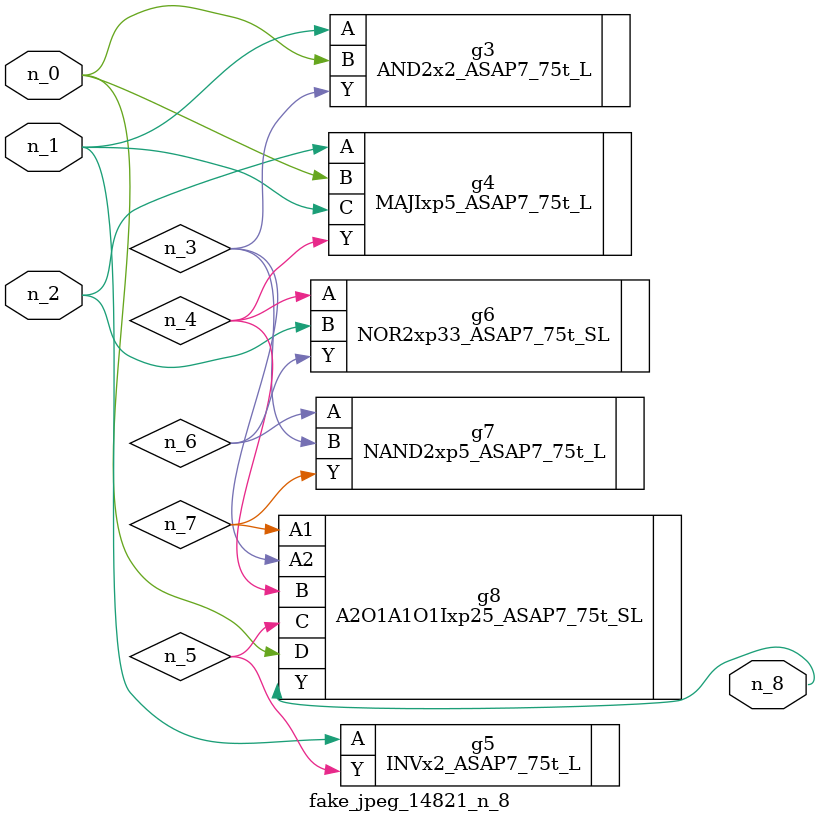
<source format=v>
module fake_jpeg_14821_n_8 (n_0, n_2, n_1, n_8);

input n_0;
input n_2;
input n_1;

output n_8;

wire n_3;
wire n_4;
wire n_6;
wire n_5;
wire n_7;

AND2x2_ASAP7_75t_L g3 ( 
.A(n_1),
.B(n_0),
.Y(n_3)
);

MAJIxp5_ASAP7_75t_L g4 ( 
.A(n_2),
.B(n_0),
.C(n_1),
.Y(n_4)
);

INVx2_ASAP7_75t_L g5 ( 
.A(n_1),
.Y(n_5)
);

NOR2xp33_ASAP7_75t_SL g6 ( 
.A(n_4),
.B(n_2),
.Y(n_6)
);

NAND2xp5_ASAP7_75t_L g7 ( 
.A(n_6),
.B(n_3),
.Y(n_7)
);

A2O1A1O1Ixp25_ASAP7_75t_SL g8 ( 
.A1(n_7),
.A2(n_3),
.B(n_4),
.C(n_5),
.D(n_0),
.Y(n_8)
);


endmodule
</source>
